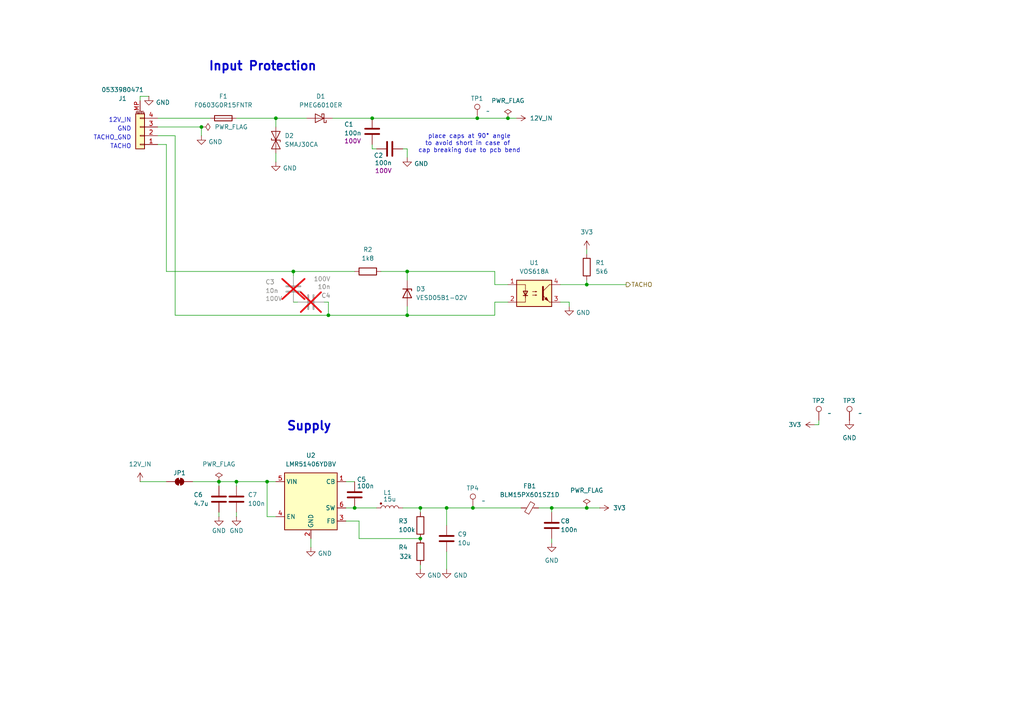
<source format=kicad_sch>
(kicad_sch (version 20231120) (generator "eeschema") (generator_version "8.0")
  (paper "A4")
  (lib_symbols
    (symbol "Connector:TestPoint" (pin_numbers hide) (pin_names (offset 0.762) hide)
      (property "Reference" "TP" (at 0 6.858 0))
      (property "Value" "TestPoint" (at 0 5.08 0))
      (symbol "TestPoint_0_1"
        (circle (center 0 3.302) (radius 0.762))
      )
      (symbol "TestPoint_1_1"
        (pin passive line (at 0 0 90) (length 2.54) (name "1") (number "1"))
      )
    )
    (symbol "Connector_Generic_MountingPin:Conn_01x04_MountingPin" (pin_names (offset 1.016) hide)
      (property "Reference" "J" (at 0 5.08 0))
      (property "Value" "Conn_01x04_MountingPin" (at 1.27 -7.62 0))
      (symbol "Conn_01x04_MountingPin_1_1"
        (rectangle (start -1.27 -4.953) (end 0 -5.207) (stroke (width 0.1524)))
        (rectangle (start -1.27 -2.413) (end 0 -2.667) (stroke (width 0.1524)))
        (rectangle (start -1.27 0.127) (end 0 -0.127) (stroke (width 0.1524)))
        (rectangle (start -1.27 2.667) (end 0 2.413) (stroke (width 0.1524)))
        (rectangle (start -1.27 3.81) (end 1.27 -6.35) (stroke (width 0.254)) (fill (type background)))
        (polyline (pts (xy -1.016 -7.112) (xy 1.016 -7.112)) (stroke (width 0.1524)))
        (text "Mounting" (at 0 -6.731 0) (effects (font (size 0.381 0.381))))
        (pin passive line (at -5.08 2.54 0) (length 3.81) (name "Pin_1") (number "1"))
        (pin passive line (at -5.08 0 0) (length 3.81) (name "Pin_2") (number "2"))
        (pin passive line (at -5.08 -2.54 0) (length 3.81) (name "Pin_3") (number "3"))
        (pin passive line (at -5.08 -5.08 0) (length 3.81) (name "Pin_4") (number "4"))
        (pin passive line (at 0 -10.16 90) (length 3.048) (name "MountPin") (number "MP"))
      )
    )
    (symbol "Device:C" (pin_numbers hide) (pin_names (offset 0.254))
      (property "Reference" "C" (at 0.635 2.54 0))
      (property "Value" "C" (at 0.635 -2.54 0))
      (symbol "C_0_1"
        (polyline (pts (xy -2.032 -0.762) (xy 2.032 -0.762)) (stroke (width 0.508)))
        (polyline (pts (xy -2.032 0.762) (xy 2.032 0.762)) (stroke (width 0.508)))
      )
      (symbol "C_1_1"
        (pin passive line (at 0 3.81 270) (length 2.794) (name "~") (number "1"))
        (pin passive line (at 0 -3.81 90) (length 2.794) (name "~") (number "2"))
      )
    )
    (symbol "Device:FerriteBead_Small" (pin_numbers hide) (pin_names (offset 0))
      (property "Reference" "FB" (at 1.905 1.27 0))
      (property "Value" "FerriteBead_Small" (at 1.905 -1.27 0))
      (symbol "FerriteBead_Small_0_1"
        (polyline (pts (xy 0 -1.27) (xy 0 -0.7874)))
        (polyline (pts (xy 0 0.889) (xy 0 1.2954)))
        (polyline (pts (xy -1.8288 0.2794) (xy -1.1176 1.4986) (xy 1.8288 -0.2032) (xy 1.1176 -1.4224) (xy -1.8288 0.2794)))
      )
      (symbol "FerriteBead_Small_1_1"
        (pin passive line (at 0 2.54 270) (length 1.27) (name "~") (number "1"))
        (pin passive line (at 0 -2.54 90) (length 1.27) (name "~") (number "2"))
      )
    )
    (symbol "Device:Fuse" (pin_numbers hide) (pin_names (offset 0))
      (property "Reference" "F" (at 2.032 0 90))
      (property "Value" "Fuse" (at -1.905 0 90))
      (symbol "Fuse_0_1"
        (rectangle (start -0.762 -2.54) (end 0.762 2.54) (stroke (width 0.254)))
        (polyline (pts (xy 0 2.54) (xy 0 -2.54)))
      )
      (symbol "Fuse_1_1"
        (pin passive line (at 0 3.81 270) (length 1.27) (name "~") (number "1"))
        (pin passive line (at 0 -3.81 90) (length 1.27) (name "~") (number "2"))
      )
    )
    (symbol "Device:R" (pin_numbers hide) (pin_names (offset 0))
      (property "Reference" "R" (at 2.032 0 90))
      (property "Value" "R" (at 0 0 90))
      (symbol "R_0_1"
        (rectangle (start -1.016 -2.54) (end 1.016 2.54) (stroke (width 0.254)))
      )
      (symbol "R_1_1"
        (pin passive line (at 0 3.81 270) (length 1.27) (name "~") (number "1"))
        (pin passive line (at 0 -3.81 90) (length 1.27) (name "~") (number "2"))
      )
    )
    (symbol "Diode:PMEG6010ER" (pin_numbers hide) (pin_names hide)
      (property "Reference" "D" (at 0 2.54 0))
      (property "Value" "PMEG6010ER" (at 0 -2.54 0))
      (symbol "PMEG6010ER_0_1"
        (polyline (pts (xy 1.27 0) (xy -1.27 0)))
        (polyline (pts (xy 1.27 1.27) (xy 1.27 -1.27) (xy -1.27 0) (xy 1.27 1.27)) (stroke (width 0.2032)))
        (polyline (pts (xy -1.905 0.635) (xy -1.905 1.27) (xy -1.27 1.27) (xy -1.27 -1.27) (xy -0.635 -1.27) (xy -0.635 -0.635)) (stroke (width 0.2032)))
      )
      (symbol "PMEG6010ER_1_1"
        (pin passive line (at -3.81 0 0) (length 2.54) (name "K") (number "1"))
        (pin passive line (at 3.81 0 180) (length 2.54) (name "A") (number "2"))
      )
    )
    (symbol "Diode:SMAJ30CA" (pin_numbers hide) (pin_names (offset 1.016) hide)
      (property "Reference" "D" (at 0 2.54 0))
      (property "Value" "SMAJ30CA" (at 0 -2.54 0))
      (symbol "SMAJ30CA_0_1"
        (polyline (pts (xy 1.27 0) (xy -1.27 0)))
        (polyline (pts (xy -2.54 -1.27) (xy 0 0) (xy -2.54 1.27) (xy -2.54 -1.27)) (stroke (width 0.2032)))
        (polyline (pts (xy 0.508 1.27) (xy 0 1.27) (xy 0 -1.27) (xy -0.508 -1.27)) (stroke (width 0.2032)))
        (polyline (pts (xy 2.54 1.27) (xy 2.54 -1.27) (xy 0 0) (xy 2.54 1.27)) (stroke (width 0.2032)))
      )
      (symbol "SMAJ30CA_1_1"
        (pin passive line (at -3.81 0 0) (length 2.54) (name "A1") (number "1"))
        (pin passive line (at 3.81 0 180) (length 2.54) (name "A2") (number "2"))
      )
    )
    (symbol "Isolator:VOS618A" (pin_names (offset 1.016))
      (property "Reference" "U" (at -5.08 7.62 0))
      (property "Value" "VOS618A" (at -5.08 5.08 0))
      (symbol "VOS618A_0_1"
        (rectangle (start -5.08 3.81) (end 5.08 -3.81) (stroke (width 0.254)) (fill (type background)))
        (polyline (pts (xy -3.175 -0.635) (xy -1.905 -0.635)) (stroke (width 0.254)))
        (polyline (pts (xy 2.54 0.635) (xy 4.445 2.54)))
        (polyline (pts (xy 4.445 -2.54) (xy 2.54 -0.635)) (fill (type outline)))
        (polyline (pts (xy 4.445 -2.54) (xy 5.08 -2.54)))
        (polyline (pts (xy 4.445 2.54) (xy 5.08 2.54)))
        (polyline (pts (xy -2.54 -0.635) (xy -2.54 -2.54) (xy -5.08 -2.54)))
        (polyline (pts (xy 2.54 1.905) (xy 2.54 -1.905) (xy 2.54 -1.905)) (stroke (width 0.508)))
        (polyline (pts (xy -5.08 2.54) (xy -2.54 2.54) (xy -2.54 -1.27) (xy -2.54 0.635)))
        (polyline (pts (xy -2.54 -0.635) (xy -3.175 0.635) (xy -1.905 0.635) (xy -2.54 -0.635)) (stroke (width 0.254)))
        (polyline (pts (xy -0.508 -0.508) (xy 0.762 -0.508) (xy 0.381 -0.635) (xy 0.381 -0.381) (xy 0.762 -0.508)))
        (polyline (pts (xy -0.508 0.508) (xy 0.762 0.508) (xy 0.381 0.381) (xy 0.381 0.635) (xy 0.762 0.508)))
        (polyline (pts (xy 3.048 -1.651) (xy 3.556 -1.143) (xy 4.064 -2.159) (xy 3.048 -1.651) (xy 3.048 -1.651)) (fill (type outline)))
      )
      (symbol "VOS618A_1_1"
        (pin passive line (at -7.62 2.54 0) (length 2.54) (name "~") (number "1"))
        (pin passive line (at -7.62 -2.54 0) (length 2.54) (name "~") (number "2"))
        (pin passive line (at 7.62 -2.54 180) (length 2.54) (name "~") (number "3"))
        (pin passive line (at 7.62 2.54 180) (length 2.54) (name "~") (number "4"))
      )
    )
    (symbol "Jumper:SolderJumper_2_Bridged" (pin_numbers hide) (pin_names (offset 0) hide) (exclude_from_sim yes) (in_bom no)
      (property "Reference" "JP" (at 0 2.032 0))
      (property "Value" "SolderJumper_2_Bridged" (at 0 -2.54 0))
      (symbol "SolderJumper_2_Bridged_0_1"
        (rectangle (start -0.508 0.508) (end 0.508 -0.508) (fill (type outline)))
        (arc (start -0.254 1.016) (mid -1.2656 0) (end -0.254 -1.016))
        (arc (start -0.254 1.016) (mid -1.2656 0) (end -0.254 -1.016) (fill (type outline)))
        (polyline (pts (xy -0.254 1.016) (xy -0.254 -1.016)))
        (polyline (pts (xy 0.254 1.016) (xy 0.254 -1.016)))
        (arc (start 0.254 -1.016) (mid 1.2656 0) (end 0.254 1.016))
        (arc (start 0.254 -1.016) (mid 1.2656 0) (end 0.254 1.016) (fill (type outline)))
      )
      (symbol "SolderJumper_2_Bridged_1_1"
        (pin passive line (at -3.81 0 0) (length 2.54) (name "A") (number "1"))
        (pin passive line (at 3.81 0 180) (length 2.54) (name "B") (number "2"))
      )
    )
    (symbol "Personal_Lib:LMR51406YDBV"
      (property "Reference" "U" (at -7.62 6.35 0))
      (property "Value" "LMR51406YDBV" (at -2.54 6.35 0))
      (symbol "LMR51406YDBV_0_1"
        (rectangle (start -7.62 5.08) (end 7.62 -11.43) (stroke (width 0.254)) (fill (type background)))
      )
      (symbol "LMR51406YDBV_1_1"
        (pin passive line (at 10.16 2.54 180) (length 2.54) (name "CB") (number "1"))
        (pin power_in line (at 0 -13.97 90) (length 2.54) (name "GND") (number "2"))
        (pin input line (at 10.16 -8.89 180) (length 2.54) (name "FB") (number "3"))
        (pin input line (at -10.16 -7.62 0) (length 2.54) (name "EN") (number "4"))
        (pin power_in line (at -10.16 2.54 0) (length 2.54) (name "VIN") (number "5"))
        (pin output line (at 10.16 -5.08 180) (length 2.54) (name "SW") (number "6"))
      )
    )
    (symbol "Personal_Lib:L_WindingIndicator" (pin_numbers hide) (pin_names (offset 1.016) hide)
      (property "Reference" "L" (at -1.27 0 90))
      (property "Value" "L_WindingIndicator" (at 4.826 0.254 90))
      (symbol "L_WindingIndicator_0_1"
        (arc (start 0 -2.54) (mid 0.6323 -1.905) (end 0 -1.27))
        (arc (start 0 -1.27) (mid 0.6323 -0.635) (end 0 0))
        (arc (start 0 0) (mid 0.6323 0.635) (end 0 1.27))
        (arc (start 0 1.27) (mid 0.6323 1.905) (end 0 2.54))
      )
      (symbol "L_WindingIndicator_1_1"
        (circle (center 1.27 2.54) (radius 0.254) (fill (type outline)))
        (pin passive line (at 0 3.81 270) (length 1.27) (name "1") (number "1"))
        (pin passive line (at 0 -3.81 90) (length 1.27) (name "2") (number "2"))
      )
    )
    (symbol "Personal_Lib:VESD05B1-02V" (pin_numbers hide) (pin_names hide)
      (property "Reference" "D" (at 0 2.54 0))
      (property "Value" "VESD05B1-02V" (at 0 -2.54 0))
      (symbol "VESD05B1-02V_0_1"
        (polyline (pts (xy 1.27 0) (xy -1.27 0)))
        (polyline (pts (xy -1.27 -1.27) (xy -1.27 1.27) (xy -0.762 1.27)) (stroke (width 0.254)))
        (polyline (pts (xy 1.27 -1.27) (xy 1.27 1.27) (xy -1.27 0) (xy 1.27 -1.27)) (stroke (width 0.254)))
      )
      (symbol "VESD05B1-02V_1_1"
        (pin passive line (at -3.81 0 0) (length 2.54) (name "K") (number "1"))
        (pin passive line (at 3.81 0 180) (length 2.54) (name "A") (number "2"))
      )
    )
    (symbol "power:+12V" (power) (pin_numbers hide) (pin_names (offset 0) hide)
      (property "Value" "+12V" (at 0 3.556 0))
      (symbol "+12V_0_1"
        (polyline (pts (xy -0.762 1.27) (xy 0 2.54)))
        (polyline (pts (xy 0 0) (xy 0 2.54)))
        (polyline (pts (xy 0 2.54) (xy 0.762 1.27)))
      )
      (symbol "+12V_1_1"
        (pin power_in line (at 0 0 90) (length 0) (name "~") (number "1"))
      )
    )
    (symbol "power:GND" (power) (pin_numbers hide) (pin_names (offset 0) hide)
      (property "Value" "GND" (at 0 -3.81 0))
      (symbol "GND_0_1"
        (polyline (pts (xy 0 0) (xy 0 -1.27) (xy 1.27 -1.27) (xy 0 -2.54) (xy -1.27 -1.27) (xy 0 -1.27)))
      )
      (symbol "GND_1_1"
        (pin power_in line (at 0 0 270) (length 0) (name "~") (number "1"))
      )
    )
    (symbol "power:PWR_FLAG" (power) (pin_numbers hide) (pin_names (offset 0) hide)
      (property "Value" "PWR_FLAG" (at 0 3.81 0))
      (symbol "PWR_FLAG_0_0"
        (pin power_out line (at 0 0 90) (length 0) (name "~") (number "1"))
      )
      (symbol "PWR_FLAG_0_1"
        (polyline (pts (xy 0 0) (xy 0 1.27) (xy -1.016 1.905) (xy 0 2.54) (xy 1.016 1.905) (xy 0 1.27)))
      )
    )
  )
  (junction (at 80.01 34.29))
  (junction (at 170.18 147.32))
  (junction (at 77.47 139.7))
  (junction (at 137.16 147.32))
  (junction (at 170.18 82.55))
  (junction (at 129.54 147.32))
  (junction (at 118.11 91.44))
  (junction (at 107.95 34.29))
  (junction (at 102.87 147.32))
  (junction (at 68.58 139.7))
  (junction (at 121.92 156.21))
  (junction (at 138.43 34.29))
  (junction (at 118.11 78.74))
  (junction (at 95.25 91.44))
  (junction (at 147.32 34.29))
  (junction (at 58.42 36.83))
  (junction (at 160.02 147.32))
  (junction (at 63.5 139.7))
  (junction (at 85.09 78.74))
  (junction (at 121.92 147.32))
  (wire (pts (xy 104.14 156.21) (xy 104.14 151.13)))
  (wire (pts (xy 160.02 156.21) (xy 160.02 157.48)))
  (wire (pts (xy 110.49 78.74) (xy 118.11 78.74)))
  (wire (pts (xy 68.58 148.59) (xy 68.58 149.86)))
  (wire (pts (xy 63.5 139.7) (xy 68.58 139.7)))
  (wire (pts (xy 77.47 139.7) (xy 80.01 139.7)))
  (wire (pts (xy 138.43 34.29) (xy 147.32 34.29)))
  (wire (pts (xy 77.47 149.86) (xy 77.47 139.7)))
  (wire (pts (xy 118.11 45.72) (xy 118.11 43.18)))
  (wire (pts (xy 45.72 34.29) (xy 60.96 34.29)))
  (wire (pts (xy 50.8 39.37) (xy 50.8 91.44)))
  (wire (pts (xy 147.32 34.29) (xy 149.86 34.29)))
  (wire (pts (xy 58.42 36.83) (xy 45.72 36.83)))
  (wire (pts (xy 165.1 88.9) (xy 165.1 87.63)))
  (wire (pts (xy 162.56 82.55) (xy 170.18 82.55)))
  (wire (pts (xy 68.58 34.29) (xy 80.01 34.29)))
  (wire (pts (xy 118.11 78.74) (xy 143.51 78.74)))
  (wire (pts (xy 236.22 123.19) (xy 237.49 123.19)))
  (wire (pts (xy 137.16 147.32) (xy 151.13 147.32)))
  (wire (pts (xy 68.58 139.7) (xy 68.58 140.97)))
  (wire (pts (xy 143.51 78.74) (xy 143.51 82.55)))
  (wire (pts (xy 129.54 147.32) (xy 137.16 147.32)))
  (wire (pts (xy 118.11 91.44) (xy 143.51 91.44)))
  (wire (pts (xy 147.32 87.63) (xy 143.51 87.63)))
  (wire (pts (xy 80.01 34.29) (xy 80.01 36.83)))
  (wire (pts (xy 40.64 29.21) (xy 40.64 27.94)))
  (wire (pts (xy 55.88 139.7) (xy 63.5 139.7)))
  (wire (pts (xy 80.01 34.29) (xy 88.9 34.29)))
  (wire (pts (xy 58.42 39.37) (xy 58.42 36.83)))
  (wire (pts (xy 129.54 160.02) (xy 129.54 165.1)))
  (wire (pts (xy 107.95 34.29) (xy 138.43 34.29)))
  (wire (pts (xy 173.99 147.32) (xy 170.18 147.32)))
  (wire (pts (xy 121.92 147.32) (xy 116.84 147.32)))
  (wire (pts (xy 40.64 27.94) (xy 43.18 27.94)))
  (wire (pts (xy 143.51 87.63) (xy 143.51 91.44)))
  (wire (pts (xy 118.11 88.9) (xy 118.11 91.44)))
  (wire (pts (xy 48.26 78.74) (xy 85.09 78.74)))
  (wire (pts (xy 95.25 87.63) (xy 93.98 87.63)))
  (wire (pts (xy 121.92 165.1) (xy 121.92 163.83)))
  (wire (pts (xy 121.92 148.59) (xy 121.92 147.32)))
  (wire (pts (xy 85.09 87.63) (xy 86.36 87.63)))
  (wire (pts (xy 160.02 147.32) (xy 170.18 147.32)))
  (wire (pts (xy 121.92 156.21) (xy 104.14 156.21)))
  (wire (pts (xy 237.49 123.19) (xy 237.49 121.92)))
  (wire (pts (xy 80.01 46.99) (xy 80.01 44.45)))
  (wire (pts (xy 100.33 139.7) (xy 102.87 139.7)))
  (wire (pts (xy 50.8 39.37) (xy 45.72 39.37)))
  (wire (pts (xy 104.14 151.13) (xy 100.33 151.13)))
  (wire (pts (xy 121.92 147.32) (xy 129.54 147.32)))
  (wire (pts (xy 95.25 87.63) (xy 95.25 91.44)))
  (wire (pts (xy 85.09 78.74) (xy 102.87 78.74)))
  (wire (pts (xy 102.87 147.32) (xy 109.22 147.32)))
  (wire (pts (xy 107.95 43.18) (xy 109.22 43.18)))
  (wire (pts (xy 63.5 139.7) (xy 63.5 140.97)))
  (wire (pts (xy 170.18 82.55) (xy 170.18 81.28)))
  (wire (pts (xy 118.11 43.18) (xy 116.84 43.18)))
  (wire (pts (xy 68.58 139.7) (xy 77.47 139.7)))
  (wire (pts (xy 107.95 41.91) (xy 107.95 43.18)))
  (wire (pts (xy 45.72 41.91) (xy 48.26 41.91)))
  (wire (pts (xy 118.11 78.74) (xy 118.11 81.28)))
  (wire (pts (xy 63.5 149.86) (xy 63.5 148.59)))
  (wire (pts (xy 129.54 147.32) (xy 129.54 152.4)))
  (wire (pts (xy 160.02 147.32) (xy 160.02 148.59)))
  (wire (pts (xy 90.17 156.21) (xy 90.17 158.75)))
  (wire (pts (xy 48.26 41.91) (xy 48.26 78.74)))
  (wire (pts (xy 96.52 34.29) (xy 107.95 34.29)))
  (wire (pts (xy 85.09 80.01) (xy 85.09 78.74)))
  (wire (pts (xy 95.25 91.44) (xy 118.11 91.44)))
  (wire (pts (xy 170.18 72.39) (xy 170.18 73.66)))
  (wire (pts (xy 165.1 87.63) (xy 162.56 87.63)))
  (wire (pts (xy 50.8 91.44) (xy 95.25 91.44)))
  (wire (pts (xy 143.51 82.55) (xy 147.32 82.55)))
  (wire (pts (xy 100.33 147.32) (xy 102.87 147.32)))
  (wire (pts (xy 170.18 82.55) (xy 181.61 82.55)))
  (wire (pts (xy 80.01 149.86) (xy 77.47 149.86)))
  (wire (pts (xy 160.02 147.32) (xy 156.21 147.32)))
  (wire (pts (xy 40.64 139.7) (xy 48.26 139.7)))
  (text "TACHO" (at 38.1 42.545 0) (effects (font (size 1.27 1.27)) (justify right)))
  (text "Input Protection" (at 76.2 19.304 0) (effects (font (size 2.54 2.54) (thickness 0.508) (bold yes))))
  (text "Supply" (at 89.662 123.698 0) (effects (font (size 2.54 2.54) (thickness 0.508) (bold yes))))
  (text "place caps at 90° angle\nto avoid short in case of \ncap breaking due to pcb bend" (at 136.144 41.656 0) (effects (font (size 1.27 1.27))))
  (text "12V_IN" (at 38.1 34.925 0) (effects (font (size 1.27 1.27)) (justify right)))
  (text "GND" (at 38.1 37.465 0) (effects (font (size 1.27 1.27)) (justify right)))
  (text "TACHO_GND" (at 38.1 40.005 0) (effects (font (size 1.27 1.27)) (justify right)))
  (hierarchical_label "TACHO" (shape output) (at 181.61 82.55 0))
  (symbol (lib_id "Connector:TestPoint") (at 246.38 121.92 0) (unit 1)
    (property "Reference" "TP3" (at 244.475 116.205 0) (effects (justify left)))
    (property "Value" "~" (at 248.92 119.8879 0) (effects (justify left)))
    (property "Footprint" "TestPoint:TestPoint_Pad_D1.0mm" (effects (hide yes)))
    (property "Description" "test point" (effects (hide yes)))
  )
  (symbol (lib_id "Connector_Generic_MountingPin:Conn_01x04_MountingPin") (at 40.64 39.37 180) (unit 1)
    (property "Reference" "J1" (at 35.56 28.575 0))
    (property "Value" "0533980471" (at 35.56 26.035 0))
    (property "Footprint" "Connector_Molex:Molex_PicoBlade_53398-0471_1x04-1MP_P1.25mm_Vertical" (effects (hide yes)))
  )
  (symbol (lib_id "power:GND") (at 63.5 149.86 0) (unit 1)
    (property "Reference" "#PWR012" (effects (hide yes)))
    (property "Value" "GND" (at 63.5 153.924 0))
    (property "Description" "Power symbol creates a global label with name \"GND\" , ground" (effects (hide yes)))
  )
  (symbol (lib_id "power:+12V") (at 173.99 147.32 270) (unit 1)
    (property "Reference" "#PWR011" (effects (hide yes)))
    (property "Value" "3V3" (at 177.8 147.3199 90) (effects (justify left)))
    (property "Description" "Power symbol creates a global label with name \"+12V\"" (effects (hide yes)))
  )
  (symbol (lib_id "Device:C") (at 90.17 87.63 90) (unit 1) (dnp yes)
    (property "Reference" "C4" (at 95.885 85.725 90) (effects (justify left)))
    (property "Value" "10n" (at 95.885 83.185 90) (effects (justify left)))
    (property "Footprint" "Capacitor_SMD:C_0402_1005Metric" (effects (hide yes)))
    (property "Description" "Unpolarized capacitor" (effects (hide yes)))
    (property "Voltage" "100V" (at 95.885 80.8989 90) (effects (justify left)))
  )
  (symbol (lib_id "power:+12V") (at 40.64 139.7 0) (unit 1)
    (property "Reference" "#PWR010" (effects (hide yes)))
    (property "Value" "12V_IN" (at 40.64 134.62 0))
    (property "Description" "Power symbol creates a global label with name \"+12V\"" (effects (hide yes)))
  )
  (symbol (lib_id "Device:C") (at 68.58 144.78 0) (unit 1)
    (property "Reference" "C7" (at 71.882 143.51 0) (effects (justify left)))
    (property "Value" "100n" (at 71.882 146.05 0) (effects (justify left)))
    (property "Footprint" "Capacitor_SMD:C_0402_1005Metric" (effects (hide yes)))
    (property "Description" "Unpolarized capacitor" (effects (hide yes)))
  )
  (symbol (lib_id "power:GND") (at 121.92 165.1 0) (unit 1)
    (property "Reference" "#PWR016" (effects (hide yes)))
    (property "Value" "GND" (at 125.984 166.878 0))
    (property "Description" "Power symbol creates a global label with name \"GND\" , ground" (effects (hide yes)))
  )
  (symbol (lib_id "power:+12V") (at 170.18 72.39 0) (unit 1)
    (property "Reference" "#PWR06" (effects (hide yes)))
    (property "Value" "3V3" (at 170.18 67.31 0))
    (property "Description" "Power symbol creates a global label with name \"+12V\"" (effects (hide yes)))
  )
  (symbol (lib_id "power:GND") (at 160.02 157.48 0) (unit 1)
    (property "Reference" "#PWR014" (effects (hide yes)))
    (property "Value" "GND" (at 160.02 162.56 0))
    (property "Description" "Power symbol creates a global label with name \"GND\" , ground" (effects (hide yes)))
  )
  (symbol (lib_id "Device:C") (at 160.02 152.4 0) (unit 1)
    (property "Reference" "C8" (at 162.56 151.13 0) (effects (justify left)))
    (property "Value" "100n" (at 162.56 153.67 0) (effects (justify left)))
    (property "Footprint" "Capacitor_SMD:C_0402_1005Metric" (effects (hide yes)))
    (property "Description" "Unpolarized capacitor" (effects (hide yes)))
  )
  (symbol (lib_id "power:GND") (at 129.54 165.1 0) (unit 1)
    (property "Reference" "#PWR017" (effects (hide yes)))
    (property "Value" "GND" (at 133.604 166.878 0))
    (property "Description" "Power symbol creates a global label with name \"GND\" , ground" (effects (hide yes)))
  )
  (symbol (lib_id "Diode:PMEG6010ER") (at 92.71 34.29 180) (unit 1)
    (property "Reference" "D1" (at 93.0275 27.94 0))
    (property "Value" "PMEG6010ER" (at 93.0275 30.48 0))
    (property "Footprint" "Diode_SMD:Nexperia_CFP3_SOD-123W" (effects (hide yes)))
    (property "Datasheet" "https://assets.nexperia.com/documents/data-sheet/PMEG6010ER.pdf" (effects (hide yes)))
    (property "Description" "60V, 1A low Vf MEGA Schottky barrier rectifier, SOD-123W" (effects (hide yes)))
  )
  (symbol (lib_id "Connector:TestPoint") (at 237.49 121.92 0) (unit 1)
    (property "Reference" "TP2" (at 235.585 116.205 0) (effects (justify left)))
    (property "Value" "~" (at 240.03 119.8879 0) (effects (justify left)))
    (property "Footprint" "TestPoint:TestPoint_Pad_D1.0mm" (effects (hide yes)))
    (property "Description" "test point" (effects (hide yes)))
  )
  (symbol (lib_id "Device:R") (at 106.68 78.74 270) (unit 1)
    (property "Reference" "R2" (at 106.68 72.39 90))
    (property "Value" "1k8" (at 106.68 74.93 90))
    (property "Footprint" "Resistor_SMD:R_0402_1005Metric" (effects (hide yes)))
    (property "Description" "Resistor" (effects (hide yes)))
  )
  (symbol (lib_id "Device:R") (at 170.18 77.47 0) (unit 1)
    (property "Reference" "R1" (at 172.72 76.1999 0) (effects (justify left)))
    (property "Value" "5k6" (at 172.72 78.7399 0) (effects (justify left)))
    (property "Footprint" "Resistor_SMD:R_0402_1005Metric" (effects (hide yes)))
    (property "Description" "Resistor" (effects (hide yes)))
  )
  (symbol (lib_id "Personal_Lib:LMR51406YDBV") (at 90.17 142.24 0) (unit 1)
    (property "Reference" "U2" (at 90.17 132.08 0))
    (property "Value" "LMR51406YDBV" (at 90.17 134.62 0))
    (property "Footprint" "Package_TO_SOT_SMD:SOT-23-6" (effects (hide yes)))
  )
  (symbol (lib_id "power:+12V") (at 236.22 123.19 90) (unit 1)
    (property "Reference" "#PWR09" (effects (hide yes)))
    (property "Value" "3V3" (at 232.41 123.1899 90) (effects (justify left)))
    (property "Description" "Power symbol creates a global label with name \"+12V\"" (effects (hide yes)))
  )
  (symbol (lib_id "power:+12V") (at 149.86 34.29 270) (unit 1)
    (property "Reference" "#PWR01" (effects (hide yes)))
    (property "Value" "12V_IN" (at 153.67 34.2899 90) (effects (justify left)))
    (property "Description" "Power symbol creates a global label with name \"+12V\"" (effects (hide yes)))
  )
  (symbol (lib_id "power:GND") (at 68.58 149.86 0) (unit 1)
    (property "Reference" "#PWR013" (effects (hide yes)))
    (property "Value" "GND" (at 68.58 153.924 0))
    (property "Description" "Power symbol creates a global label with name \"GND\" , ground" (effects (hide yes)))
  )
  (symbol (lib_id "Device:C") (at 113.03 43.18 90) (unit 1)
    (property "Reference" "C2" (at 111.125 45.085 90) (effects (justify left)))
    (property "Value" "100n" (at 113.665 47.2439 90) (effects (justify left)))
    (property "Footprint" "Capacitor_SMD:C_0805_2012Metric" (effects (hide yes)))
    (property "Description" "Unpolarized capacitor" (effects (hide yes)))
    (property "MPN" "CL21B104KCFWPNE" (effects (hide yes)))
    (property "Voltage" "100V" (at 113.665 49.53 90) (effects (justify left)))
  )
  (symbol (lib_id "Device:C") (at 102.87 143.51 0) (unit 1)
    (property "Reference" "C5" (at 103.505 139.065 0) (effects (justify left)))
    (property "Value" "100n" (at 103.505 140.97 0) (effects (justify left)))
    (property "Footprint" "Capacitor_SMD:C_0402_1005Metric" (effects (hide yes)))
    (property "Description" "Unpolarized capacitor" (effects (hide yes)))
  )
  (symbol (lib_id "Device:FerriteBead_Small") (at 153.67 147.32 90) (unit 1)
    (property "Reference" "FB1" (at 153.6319 140.97 90))
    (property "Value" "BLM15PX601SZ1D" (at 153.6319 143.51 90))
    (property "Footprint" "Inductor_SMD:L_0402_1005Metric" (effects (hide yes)))
    (property "Description" "Ferrite bead, small symbol" (effects (hide yes)))
  )
  (symbol (lib_id "Connector:TestPoint") (at 138.43 34.29 0) (unit 1)
    (property "Reference" "TP1" (at 136.525 28.575 0) (effects (justify left)))
    (property "Value" "~" (at 140.97 32.2579 0) (effects (justify left)))
    (property "Footprint" "TestPoint:TestPoint_Pad_D1.0mm" (effects (hide yes)))
    (property "Description" "test point" (effects (hide yes)))
  )
  (symbol (lib_id "Personal_Lib:L_WindingIndicator") (at 113.03 147.32 90) (unit 1)
    (property "Reference" "L1" (at 112.395 142.875 90))
    (property "Value" "15u" (at 113.03 144.78 90))
    (property "Footprint" "Personal_Lib:L_TDK_VLS3015CX" (effects (hide yes)))
    (property "Description" "Inductor" (effects (hide yes)))
    (property "MPN" "VLS3015CX-150M-H" (effects (hide yes)))
  )
  (symbol (lib_id "power:GND") (at 58.42 39.37 0) (unit 1)
    (property "Reference" "#PWR02" (effects (hide yes)))
    (property "Value" "GND" (at 62.484 41.148 0))
    (property "Description" "Power symbol creates a global label with name \"GND\" , ground" (effects (hide yes)))
  )
  (symbol (lib_id "power:GND") (at 80.01 46.99 0) (unit 1)
    (property "Reference" "#PWR05" (effects (hide yes)))
    (property "Value" "GND" (at 84.074 48.768 0))
    (property "Description" "Power symbol creates a global label with name \"GND\" , ground" (effects (hide yes)))
  )
  (symbol (lib_id "Device:C") (at 63.5 144.78 0) (unit 1)
    (property "Reference" "C6" (at 56.134 143.51 0) (effects (justify left)))
    (property "Value" "4.7u" (at 56.134 146.05 0) (effects (justify left)))
    (property "Footprint" "Capacitor_SMD:C_1206_3216Metric" (effects (hide yes)))
    (property "Description" "Unpolarized capacitor" (effects (hide yes)))
    (property "MPN" "CL31B475KBHVPJE" (effects (hide yes)))
  )
  (symbol (lib_id "Isolator:VOS618A") (at 154.94 85.09 0) (unit 1)
    (property "Reference" "U1" (at 154.94 76.2 0))
    (property "Value" "VOS618A" (at 154.94 78.74 0))
    (property "Footprint" "Package_SO:SSOP-4_4.4x2.6mm_P1.27mm" (effects (hide yes)))
    (property "Datasheet" "https://www.vishay.com/docs/83465/vos618a.pdf" (effects (hide yes)))
    (property "Description" "Optocoupler, Phototransistor Output, Low Input Current, SSOP-4" (effects (hide yes)))
  )
  (symbol (lib_id "power:GND") (at 246.38 121.92 0) (unit 1)
    (property "Reference" "#PWR08" (effects (hide yes)))
    (property "Value" "GND" (at 246.38 127 0))
    (property "Description" "Power symbol creates a global label with name \"GND\" , ground" (effects (hide yes)))
  )
  (symbol (lib_id "Device:R") (at 121.92 152.4 0) (unit 1)
    (property "Reference" "R3" (at 115.57 151.13 0) (effects (justify left)))
    (property "Value" "100k" (at 115.57 153.67 0) (effects (justify left)))
    (property "Footprint" "Resistor_SMD:R_0402_1005Metric" (effects (hide yes)))
    (property "Description" "Resistor" (effects (hide yes)))
  )
  (symbol (lib_id "Device:C") (at 85.09 83.82 0) (unit 1) (dnp yes)
    (property "Reference" "C3" (at 76.962 81.788 0) (effects (justify left)))
    (property "Value" "10n" (at 76.962 84.328 0) (effects (justify left)))
    (property "Footprint" "Capacitor_SMD:C_0402_1005Metric" (effects (hide yes)))
    (property "Description" "Unpolarized capacitor" (effects (hide yes)))
    (property "Voltage" "100V" (at 76.962 86.6141 0) (effects (justify left)))
  )
  (symbol (lib_id "power:GND") (at 90.17 158.75 0) (unit 1)
    (property "Reference" "#PWR015" (effects (hide yes)))
    (property "Value" "GND" (at 94.234 160.528 0))
    (property "Description" "Power symbol creates a global label with name \"GND\" , ground" (effects (hide yes)))
  )
  (symbol (lib_id "Device:C") (at 107.95 38.1 0) (unit 1)
    (property "Reference" "C1" (at 99.822 36.068 0) (effects (justify left)))
    (property "Value" "100n" (at 99.822 38.608 0) (effects (justify left)))
    (property "Footprint" "Capacitor_SMD:C_0805_2012Metric" (effects (hide yes)))
    (property "Description" "Unpolarized capacitor" (effects (hide yes)))
    (property "MPN" "CL21B104KCFWPNE" (effects (hide yes)))
    (property "Voltage" "100V" (at 99.822 40.8941 0) (effects (justify left)))
  )
  (symbol (lib_id "power:GND") (at 118.11 45.72 0) (unit 1)
    (property "Reference" "#PWR03" (effects (hide yes)))
    (property "Value" "GND" (at 122.174 47.498 0))
    (property "Description" "Power symbol creates a global label with name \"GND\" , ground" (effects (hide yes)))
  )
  (symbol (lib_id "power:PWR_FLAG") (at 170.18 147.32 0) (unit 1)
    (property "Reference" "#FLG04" (effects (hide yes)))
    (property "Value" "PWR_FLAG" (at 170.18 142.24 0))
    (property "Description" "Special symbol for telling ERC where power comes from" (effects (hide yes)))
  )
  (symbol (lib_id "power:PWR_FLAG") (at 63.5 139.7 0) (unit 1)
    (property "Reference" "#FLG03" (effects (hide yes)))
    (property "Value" "PWR_FLAG" (at 63.5 134.62 0))
    (property "Description" "Special symbol for telling ERC where power comes from" (effects (hide yes)))
  )
  (symbol (lib_id "Jumper:SolderJumper_2_Bridged") (at 52.07 139.7 0) (unit 1) (exclude_from_sim yes) (in_bom no)
    (property "Reference" "JP1" (at 52.07 137.16 0))
    (property "Footprint" "Jumper:SolderJumper-2_P1.3mm_Bridged_RoundedPad1.0x1.5mm" (effects (hide yes)))
    (property "Description" "Solder Jumper, 2-pole, closed/bridged" (effects (hide yes)))
  )
  (symbol (lib_id "power:PWR_FLAG") (at 58.42 36.83 270) (unit 1)
    (property "Reference" "#FLG02" (effects (hide yes)))
    (property "Value" "PWR_FLAG" (at 62.23 36.8299 90) (effects (justify left)))
    (property "Description" "Special symbol for telling ERC where power comes from" (effects (hide yes)))
  )
  (symbol (lib_id "Device:R") (at 121.92 160.02 0) (unit 1)
    (property "Reference" "R4" (at 115.57 158.75 0) (effects (justify left)))
    (property "Value" "32k" (at 115.824 161.417 0) (effects (justify left)))
    (property "Footprint" "Resistor_SMD:R_0402_1005Metric" (effects (hide yes)))
    (property "Description" "Resistor" (effects (hide yes)))
  )
  (symbol (lib_id "Diode:SMAJ30CA") (at 80.01 40.64 90) (unit 1)
    (property "Reference" "D2" (at 82.55 39.3699 90) (effects (justify right)))
    (property "Value" "SMAJ30CA" (at 82.55 41.9099 90) (effects (justify right)))
    (property "Footprint" "Diode_SMD:D_SMA" (effects (hide yes)))
    (property "Datasheet" "https://www.littelfuse.com/media?resourcetype=datasheets&itemid=75e32973-b177-4ee3-a0ff-cedaf1abdb93&filename=smaj-datasheet" (effects (hide yes)))
    (property "Description" "400W bidirectional Transient Voltage Suppressor, 30.0Vr, SMA(DO-214AC)" (effects (hide yes)))
  )
  (symbol (lib_id "Device:Fuse") (at 64.77 34.29 90) (unit 1)
    (property "Reference" "F1" (at 64.77 27.94 90))
    (property "Value" "F0603G0R15FNTR" (at 64.77 30.48 90))
    (property "Footprint" "Fuse:Fuse_0603_1608Metric" (effects (hide yes)))
    (property "Description" "Fuse" (effects (hide yes)))
  )
  (symbol (lib_id "Personal_Lib:VESD05B1-02V") (at 118.11 85.09 270) (unit 1)
    (property "Reference" "D3" (at 120.65 83.8199 90) (effects (justify left)))
    (property "Value" "VESD05B1-02V" (at 120.65 86.3599 90) (effects (justify left)))
    (property "Footprint" "Diode_SMD:D_SOD-523" (effects (hide yes)))
  )
  (symbol (lib_id "power:GND") (at 43.18 27.94 0) (unit 1)
    (property "Reference" "#PWR04" (effects (hide yes)))
    (property "Value" "GND" (at 47.244 29.718 0))
    (property "Description" "Power symbol creates a global label with name \"GND\" , ground" (effects (hide yes)))
  )
  (symbol (lib_id "Connector:TestPoint") (at 137.16 147.32 0) (unit 1)
    (property "Reference" "TP4" (at 135.255 141.605 0) (effects (justify left)))
    (property "Value" "~" (at 139.7 145.2879 0) (effects (justify left)))
    (property "Footprint" "TestPoint:TestPoint_Pad_D1.0mm" (effects (hide yes)))
    (property "Description" "test point" (effects (hide yes)))
  )
  (symbol (lib_id "power:PWR_FLAG") (at 147.32 34.29 0) (unit 1)
    (property "Reference" "#FLG01" (effects (hide yes)))
    (property "Value" "PWR_FLAG" (at 147.32 29.21 0))
    (property "Description" "Special symbol for telling ERC where power comes from" (effects (hide yes)))
  )
  (symbol (lib_id "Device:C") (at 129.54 156.21 180) (unit 1)
    (property "Reference" "C9" (at 132.715 154.94 0) (effects (justify right)))
    (property "Value" "10u" (at 132.715 157.48 0) (effects (justify right)))
    (property "Footprint" "Capacitor_SMD:C_1206_3216Metric" (effects (hide yes)))
    (property "Description" "Unpolarized capacitor" (effects (hide yes)))
    (property "MPN" "CL31B106KAHNNNE" (effects (hide yes)))
  )
  (symbol (lib_id "power:GND") (at 165.1 88.9 0) (unit 1)
    (property "Reference" "#PWR07" (effects (hide yes)))
    (property "Value" "GND" (at 169.164 90.678 0))
    (property "Description" "Power symbol creates a global label with name \"GND\" , ground" (effects (hide yes)))
  )
)
</source>
